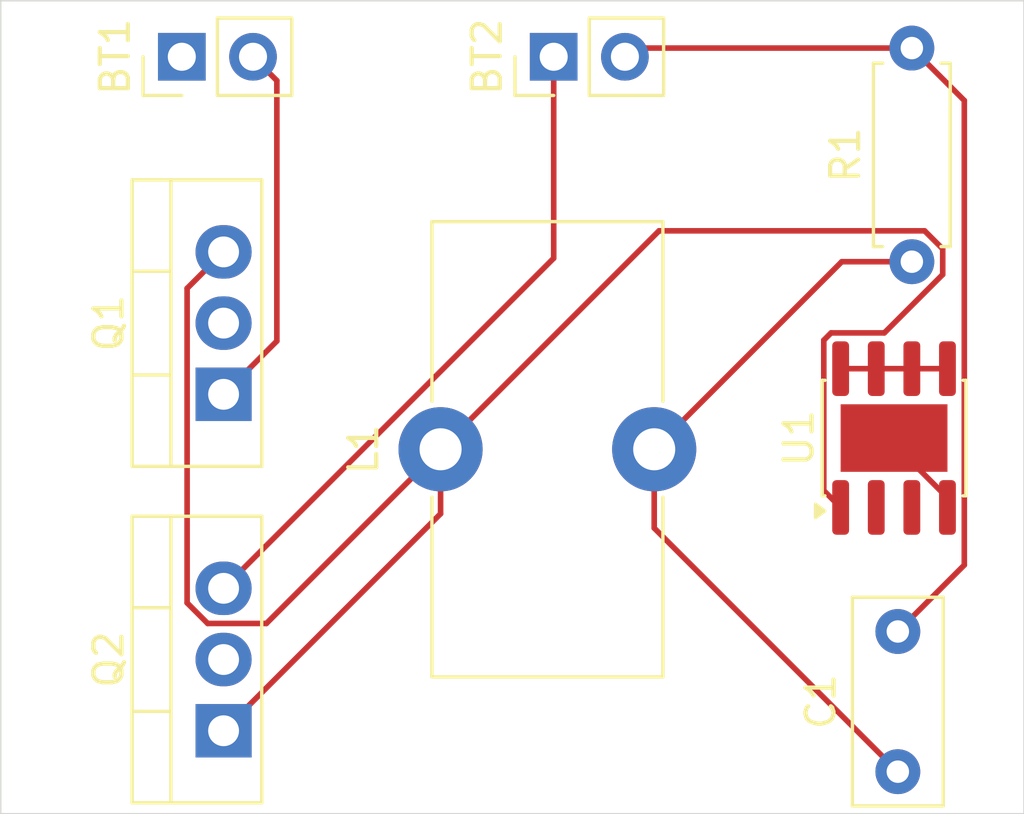
<source format=kicad_pcb>
(kicad_pcb (version 20241229) (generator "pcbnew") (generator_version "9.0")
  (layers (0 "F.Cu" signal) (2 "B.Cu" signal) (13 "F.Paste" user) (15 "B.Paste" user) (5 "F.SilkS" user "F.Silkscreen") (7 "B.SilkS" user "B.Silkscreen") (1 "F.Mask" user) (3 "B.Mask" user) (25 "Edge.Cuts" user))
  (net 0 "")
  (net 1 "GNDREF")
  (net 2 "Net-(BT2-+)")
  (net 3 "AC")
  (net 4 "Net-(C1-Pad1)")
  (net 5 "Net-(Q1-S)")
  (net 6 "Net-(BT1--)")
  (net 7 "unconnected-(Q1-G-Pad2)")
  (footprint "Capacitor_THT:C_Rect_L7.2mm_W3.0mm_P5.00mm_FKS2_FKP2_MKS2_MKP2" (layer "F.Cu") (at 74 72.5 90)
    (property "Reference" "C1" (at 2.5 -2.75 90) (layer "F.SilkS"))
    (property "Value" "1uf1")
    (fp_line (start 6.22 -1.62) (end 6.22 1.62) (stroke (width 0.12)) (layer "F.SilkS"))
    (fp_line (start -1.22 -1.62) (end 6.22 -1.62) (stroke (width 0.12)) (layer "F.SilkS"))
    (fp_line (start 6.22 1.62) (end -1.22 1.62) (stroke (width 0.12)) (layer "F.SilkS"))
    (fp_line (start -1.22 1.62) (end -1.22 -1.62) (stroke (width 0.12)) (layer "F.SilkS"))
    (pad "1" thru_hole circle (at 0 0 90) (size 1.6 1.6) (drill 0.8) (layers "*.Cu" "*.Mask") (net 4 "Net-(C1-Pad1)"))
    (pad "2" thru_hole circle (at 5 0 90) (size 1.6 1.6) (drill 0.8) (layers "*.Cu" "*.Mask") (net 3 "AC"))
  )
  (footprint "Connector_PinHeader_2.54mm:PinHeader_1x02_P2.54mm_Vertical" (layer "F.Cu") (at 48.46 47 90)
    (property "Reference" "BT1" (at 0 -2.38 90) (layer "F.SilkS"))
    (property "Value" "12v2")
    (fp_line (start -1.38 -1.38) (end 0 -1.38) (stroke (width 0.12)) (layer "F.SilkS"))
    (fp_line (start -1.38 0) (end -1.38 -1.38) (stroke (width 0.12)) (layer "F.SilkS"))
    (fp_line (start 1.38 1.27) (end 1.38 3.92) (stroke (width 0.12)) (layer "F.SilkS"))
    (fp_line (start -1.38 1.27) (end 1.38 1.27) (stroke (width 0.12)) (layer "F.SilkS"))
    (fp_line (start -1.38 1.27) (end -1.38 3.92) (stroke (width 0.12)) (layer "F.SilkS"))
    (fp_line (start -1.38 3.92) (end 1.38 3.92) (stroke (width 0.12)) (layer "F.SilkS"))
    (pad "1" thru_hole rect (at 0 0 90) (size 1.7 1.7) (drill 1) (layers "*.Cu" "*.Mask") (net 1 "GNDREF"))
    (pad "2" thru_hole circle (at 0 2.54 90) (size 1.7 1.7) (drill 1) (layers "*.Cu" "*.Mask") (net 6 "Net-(BT1--)"))
  )
  (footprint "Resistor_THT:R_Axial_DIN0207_L6.3mm_D2.5mm_P7.62mm_Horizontal" (layer "F.Cu") (at 74.5 54.31 90)
    (property "Reference" "R1" (at 3.81 -2.37 90) (layer "F.SilkS"))
    (property "Value" "8k1")
    (fp_line (start 7.08 -1.37) (end 7.08 -1.04) (stroke (width 0.12)) (layer "F.SilkS"))
    (fp_line (start 0.54 -1.37) (end 7.08 -1.37) (stroke (width 0.12)) (layer "F.SilkS"))
    (fp_line (start 0.54 -1.04) (end 0.54 -1.37) (stroke (width 0.12)) (layer "F.SilkS"))
    (fp_line (start 0.54 1.04) (end 0.54 1.37) (stroke (width 0.12)) (layer "F.SilkS"))
    (fp_line (start 7.08 1.37) (end 7.08 1.04) (stroke (width 0.12)) (layer "F.SilkS"))
    (fp_line (start 0.54 1.37) (end 7.08 1.37) (stroke (width 0.12)) (layer "F.SilkS"))
    (pad "1" thru_hole circle (at 0 0 90) (size 1.6 1.6) (drill 0.8) (layers "*.Cu" "*.Mask") (net 4 "Net-(C1-Pad1)"))
    (pad "2" thru_hole circle (at 7.62 0 90) (size 1.6 1.6) (drill 0.8) (layers "*.Cu" "*.Mask") (net 3 "AC"))
  )
  (footprint "Connector_PinHeader_2.54mm:PinHeader_1x02_P2.54mm_Vertical" (layer "F.Cu") (at 61.725 47 90)
    (property "Reference" "BT2" (at 0 -2.38 90) (layer "F.SilkS"))
    (property "Value" "12v1")
    (fp_line (start -1.38 -1.38) (end 0 -1.38) (stroke (width 0.12)) (layer "F.SilkS"))
    (fp_line (start -1.38 0) (end -1.38 -1.38) (stroke (width 0.12)) (layer "F.SilkS"))
    (fp_line (start 1.38 1.27) (end 1.38 3.92) (stroke (width 0.12)) (layer "F.SilkS"))
    (fp_line (start -1.38 1.27) (end 1.38 1.27) (stroke (width 0.12)) (layer "F.SilkS"))
    (fp_line (start -1.38 1.27) (end -1.38 3.92) (stroke (width 0.12)) (layer "F.SilkS"))
    (fp_line (start -1.38 3.92) (end 1.38 3.92) (stroke (width 0.12)) (layer "F.SilkS"))
    (pad "1" thru_hole rect (at 0 0 90) (size 1.7 1.7) (drill 1) (layers "*.Cu" "*.Mask") (net 2 "Net-(BT2-+)"))
    (pad "2" thru_hole circle (at 0 2.54 90) (size 1.7 1.7) (drill 1) (layers "*.Cu" "*.Mask") (net 3 "AC"))
  )
  (footprint "Package_TO_SOT_THT:TO-220-3_Vertical" (layer "F.Cu") (at 49.95 71.04 90)
    (property "Reference" "Q2" (at 2.54 -4.1 90) (layer "F.SilkS"))
    (property "Value" "Q_PMOS_DGS")
    (fp_line (start 7.65 -3.26) (end 7.65 1.36) (stroke (width 0.12)) (layer "F.SilkS"))
    (fp_line (start 4.39 -3.26) (end 4.39 -1.88) (stroke (width 0.12)) (layer "F.SilkS"))
    (fp_line (start 0.69 -3.26) (end 0.69 -1.88) (stroke (width 0.12)) (layer "F.SilkS"))
    (fp_line (start -2.57 -3.26) (end 7.65 -3.26) (stroke (width 0.12)) (layer "F.SilkS"))
    (fp_line (start -2.57 -1.88) (end 7.65 -1.88) (stroke (width 0.12)) (layer "F.SilkS"))
    (fp_line (start 7.65 1.36) (end -2.57 1.36) (stroke (width 0.12)) (layer "F.SilkS"))
    (fp_line (start -2.57 1.36) (end -2.57 -3.26) (stroke (width 0.12)) (layer "F.SilkS"))
    (pad "1" thru_hole rect (at 0 0 90) (size 1.905 2) (drill 1.1) (layers "*.Cu" "*.Mask") (net 5 "Net-(Q1-S)"))
    (pad "2" thru_hole oval (at 2.54 0 90) (size 1.905 2) (drill 1.1) (layers "*.Cu" "*.Mask"))
    (pad "3" thru_hole oval (at 5.08 0 90) (size 1.905 2) (drill 1.1) (layers "*.Cu" "*.Mask") (net 2 "Net-(BT2-+)"))
  )
  (footprint "Package_SO:SOIC-8-1EP_3.9x4.9mm_P1.27mm_EP2.41x3.81mm" (layer "F.Cu") (at 73.865 60.6 90)
    (property "Reference" "U1" (at 0 -3.4 90) (layer "F.SilkS"))
    (property "Value" "ADA4898-2")
    (fp_line (start 2.06 -2.56) (end 2.06 -2.465) (stroke (width 0.12)) (layer "F.SilkS"))
    (fp_line (start -2.06 -2.56) (end 2.06 -2.56) (stroke (width 0.12)) (layer "F.SilkS"))
    (fp_line (start -2.06 -2.465) (end -2.06 -2.56) (stroke (width 0.12)) (layer "F.SilkS"))
    (fp_line (start 2.06 2.465) (end 2.06 2.56) (stroke (width 0.12)) (layer "F.SilkS"))
    (fp_line (start 2.06 2.56) (end -2.06 2.56) (stroke (width 0.12)) (layer "F.SilkS"))
    (fp_line (start -2.06 2.56) (end -2.06 2.465) (stroke (width 0.12)) (layer "F.SilkS"))
    (fp_poly (pts (xy -2.6 -2.47) (xy -2.84 -2.8) (xy -2.36 -2.8)) (stroke (width 0.12)) (fill yes) (layer "F.SilkS"))
    (pad "1" smd roundrect (at -2.475 -1.905 90) (size 1.95 0.6) (layers "F.Cu" "F.Mask" "F.Paste") (net 5 "Net-(Q1-S)"))
    (pad "2" smd roundrect (at -2.475 -0.635 90) (size 1.95 0.6) (layers "F.Cu" "F.Mask" "F.Paste"))
    (pad "3" smd roundrect (at -2.475 0.635 90) (size 1.95 0.6) (layers "F.Cu" "F.Mask" "F.Paste"))
    (pad "4" smd roundrect (at -2.475 1.905 90) (size 1.95 0.6) (layers "F.Cu" "F.Mask" "F.Paste"))
    (pad "5" smd roundrect (at 2.475 1.905 90) (size 1.95 0.6) (layers "F.Cu" "F.Mask" "F.Paste"))
    (pad "6" smd roundrect (at 2.475 0.635 90) (size 1.95 0.6) (layers "F.Cu" "F.Mask" "F.Paste"))
    (pad "7" smd roundrect (at 2.475 -0.635 90) (size 1.95 0.6) (layers "F.Cu" "F.Mask" "F.Paste"))
    (pad "8" smd roundrect (at 2.475 -1.905 90) (size 1.95 0.6) (layers "F.Cu" "F.Mask" "F.Paste"))
    (pad "9" smd rect (at 0 0 90) (size 2.41 3.81) (property pad_prop_heatsink) (layers "F.Cu" "F.Mask"))
  )
  (footprint "Inductor_THT:L_Toroid_Vertical_L16.0mm_W8.0mm_P7.62mm" (layer "F.Cu") (at 57.69 61 90)
    (property "Reference" "L1" (at 0 -2.75 90) (layer "F.SilkS"))
    (property "Value" "1uh")
    (fp_line (start 8.12 -0.31) (end 8.12 7.93) (stroke (width 0.12)) (layer "F.SilkS"))
    (fp_line (start 1.712 -0.31) (end 8.12 -0.31) (stroke (width 0.12)) (layer "F.SilkS"))
    (fp_line (start -8.12 -0.31) (end -1.712 -0.31) (stroke (width 0.12)) (layer "F.SilkS"))
    (fp_line (start 8.12 7.93) (end 1.712 7.93) (stroke (width 0.12)) (layer "F.SilkS"))
    (fp_line (start -1.712 7.93) (end -8.12 7.93) (stroke (width 0.12)) (layer "F.SilkS"))
    (fp_line (start -8.12 7.93) (end -8.12 -0.31) (stroke (width 0.12)) (layer "F.SilkS"))
    (pad "1" thru_hole circle (at 0 0 90) (size 3 3) (drill 1.5) (layers "*.Cu" "*.Mask") (net 5 "Net-(Q1-S)"))
    (pad "2" thru_hole circle (at 0 7.62 90) (size 3 3) (drill 1.5) (layers "*.Cu" "*.Mask") (net 4 "Net-(C1-Pad1)"))
  )
  (footprint "Package_TO_SOT_THT:TO-220-3_Vertical" (layer "F.Cu") (at 49.95 59.04 90)
    (property "Reference" "Q1" (at 2.54 -4.1 90) (layer "F.SilkS"))
    (property "Value" "Q_NMOS_DGS")
    (fp_line (start 7.65 -3.26) (end 7.65 1.36) (stroke (width 0.12)) (layer "F.SilkS"))
    (fp_line (start 4.39 -3.26) (end 4.39 -1.88) (stroke (width 0.12)) (layer "F.SilkS"))
    (fp_line (start 0.69 -3.26) (end 0.69 -1.88) (stroke (width 0.12)) (layer "F.SilkS"))
    (fp_line (start -2.57 -3.26) (end 7.65 -3.26) (stroke (width 0.12)) (layer "F.SilkS"))
    (fp_line (start -2.57 -1.88) (end 7.65 -1.88) (stroke (width 0.12)) (layer "F.SilkS"))
    (fp_line (start 7.65 1.36) (end -2.57 1.36) (stroke (width 0.12)) (layer "F.SilkS"))
    (fp_line (start -2.57 1.36) (end -2.57 -3.26) (stroke (width 0.12)) (layer "F.SilkS"))
    (pad "1" thru_hole rect (at 0 0 90) (size 1.905 2) (drill 1.1) (layers "*.Cu" "*.Mask") (net 6 "Net-(BT1--)"))
    (pad "2" thru_hole oval (at 2.54 0 90) (size 1.905 2) (drill 1.1) (layers "*.Cu" "*.Mask") (net 7 "unconnected-(Q1-G-Pad2)"))
    (pad "3" thru_hole oval (at 5.08 0 90) (size 1.905 2) (drill 1.1) (layers "*.Cu" "*.Mask") (net 5 "Net-(Q1-S)"))
  )
  (gr_rect (start 42 45) (end 78.5 74) (stroke (width 0.05)) (fill no) (layer "Edge.Cuts"))
  (segment (start 73 60.5) (end 73.541968 60.5) (width 0.2) (layer "F.Cu") (net 0))
  (segment (start 75.77 58.125) (end 71.96 58.125) (width 0.2) (layer "F.Cu") (net 0))
  (segment (start 73.1 60.6) (end 73 60.5) (width 0.2) (layer "F.Cu") (net 0))
  (segment (start 75.77 62.728032) (end 75.77 63.075) (width 0.2) (layer "F.Cu") (net 0))
  (segment (start 73.865 60.6) (end 73.1 60.6) (width 0.2) (layer "F.Cu") (net 0))
  (segment (start 73.541968 60.5) (end 75.77 62.728032) (width 0.2) (layer "F.Cu") (net 0))
  (segment (start 61.725 47) (end 61.725 54.185) (width 0.2) (layer "F.Cu") (net 2))
  (segment (start 61.725 54.185) (end 49.95 65.96) (width 0.2) (layer "F.Cu") (net 2))
  (segment (start 76.371 48.561) (end 74.5 46.69) (width 0.2) (layer "F.Cu") (net 3))
  (segment (start 74.5 46.69) (end 64.575 46.69) (width 0.2) (layer "F.Cu") (net 3))
  (segment (start 76.371 65.129) (end 76.371 48.561) (width 0.2) (layer "F.Cu") (net 3))
  (segment (start 64.575 46.69) (end 64.265 47) (width 0.2) (layer "F.Cu") (net 3))
  (segment (start 74 67.5) (end 76.371 65.129) (width 0.2) (layer "F.Cu") (net 3))
  (segment (start 65.31 63.81) (end 74 72.5) (width 0.2) (layer "F.Cu") (net 4))
  (segment (start 72 54.31) (end 74.5 54.31) (width 0.2) (layer "F.Cu") (net 4))
  (segment (start 65.31 61) (end 72 54.31) (width 0.2) (layer "F.Cu") (net 4))
  (segment (start 65.31 61) (end 65.31 63.81) (width 0.2) (layer "F.Cu") (net 4))
  (segment (start 57.69 61) (end 65.481 53.209) (width 0.2) (layer "F.Cu") (net 5))
  (segment (start 48.649 66.479217) (end 48.649 55.261) (width 0.2) (layer "F.Cu") (net 5))
  (segment (start 57.69 61) (end 57.69 63.3) (width 0.2) (layer "F.Cu") (net 5))
  (segment (start 51.4765 67.2135) (end 49.383283 67.2135) (width 0.2) (layer "F.Cu") (net 5))
  (segment (start 75.601 53.85395) (end 75.601 54.76605) (width 0.2) (layer "F.Cu") (net 5))
  (segment (start 71.359 57.109032) (end 71.359 62.474) (width 0.2) (layer "F.Cu") (net 5))
  (segment (start 57.69 63.3) (end 49.95 71.04) (width 0.2) (layer "F.Cu") (net 5))
  (segment (start 71.619032 56.849) (end 71.359 57.109032) (width 0.2) (layer "F.Cu") (net 5))
  (segment (start 49.91 54) (end 49.95 53.96) (width 0.2) (layer "F.Cu") (net 5))
  (segment (start 49.383283 67.2135) (end 48.649 66.479217) (width 0.2) (layer "F.Cu") (net 5))
  (segment (start 49.91 54) (end 49.5 54) (width 0.2) (layer "F.Cu") (net 5))
  (segment (start 74.95605 53.209) (end 75.601 53.85395) (width 0.2) (layer "F.Cu") (net 5))
  (segment (start 65.481 53.209) (end 74.95605 53.209) (width 0.2) (layer "F.Cu") (net 5))
  (segment (start 71.359 62.474) (end 71.96 63.075) (width 0.2) (layer "F.Cu") (net 5))
  (segment (start 75.601 54.76605) (end 73.51805 56.849) (width 0.2) (layer "F.Cu") (net 5))
  (segment (start 48.649 55.261) (end 49.95 53.96) (width 0.2) (layer "F.Cu") (net 5))
  (segment (start 73.51805 56.849) (end 71.619032 56.849) (width 0.2) (layer "F.Cu") (net 5))
  (segment (start 57.69 61) (end 51.4765 67.2135) (width 0.2) (layer "F.Cu") (net 5))
  (segment (start 51.85 57.14) (end 49.95 59.04) (width 0.2) (layer "F.Cu") (net 6))
  (segment (start 51.85 47.85) (end 51.85 57.14) (width 0.2) (layer "F.Cu") (net 6))
  (segment (start 51 47) (end 51.85 47.85) (width 0.2) (layer "F.Cu") (net 6))
  (segment (start 49.95 56.05) (end 49.95 56.5) (width 0.2) (layer "F.Cu") (net 7))
  (segment (start 49.95 56.05) (end 50 56) (width 0.2) (layer "F.Cu") (net 7))
)
</source>
